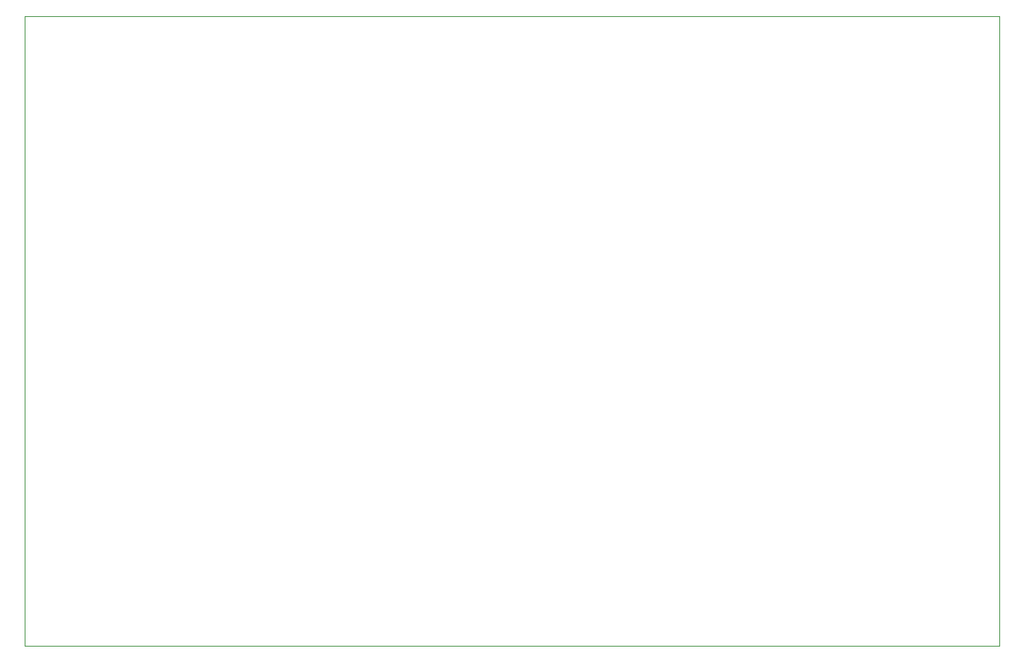
<source format=gm1>
G04 #@! TF.GenerationSoftware,KiCad,Pcbnew,(5.1.5)-3*
G04 #@! TF.CreationDate,2020-11-09T15:19:14-05:00*
G04 #@! TF.ProjectId,FilterMotherboard,46696c74-6572-44d6-9f74-686572626f61,rev?*
G04 #@! TF.SameCoordinates,Original*
G04 #@! TF.FileFunction,Profile,NP*
%FSLAX46Y46*%
G04 Gerber Fmt 4.6, Leading zero omitted, Abs format (unit mm)*
G04 Created by KiCad (PCBNEW (5.1.5)-3) date 2020-11-09 15:19:14*
%MOMM*%
%LPD*%
G04 APERTURE LIST*
%ADD10C,0.100000*%
G04 APERTURE END LIST*
D10*
X67000000Y-93500000D02*
X67000000Y-24300000D01*
X174000000Y-93500000D02*
X67000000Y-93500000D01*
X174000000Y-24300000D02*
X174000000Y-93500000D01*
X67000000Y-24300000D02*
X174000000Y-24300000D01*
M02*

</source>
